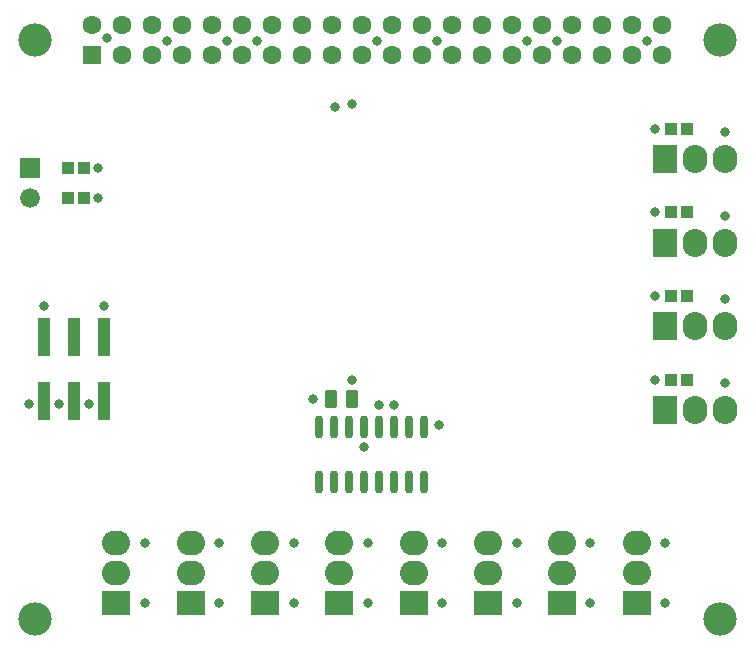
<source format=gts>
G04 Layer_Color=20142*
%FSAX24Y24*%
%MOIN*%
G70*
G01*
G75*
%ADD31O,0.0266X0.0778*%
%ADD32R,0.0384X0.0443*%
%ADD33R,0.0424X0.1250*%
G04:AMPARAMS|DCode=34|XSize=43mil|YSize=58mil|CornerRadius=6.5mil|HoleSize=0mil|Usage=FLASHONLY|Rotation=0.000|XOffset=0mil|YOffset=0mil|HoleType=Round|Shape=RoundedRectangle|*
%AMROUNDEDRECTD34*
21,1,0.0430,0.0450,0,0,0.0*
21,1,0.0300,0.0580,0,0,0.0*
1,1,0.0130,0.0150,-0.0225*
1,1,0.0130,-0.0150,-0.0225*
1,1,0.0130,-0.0150,0.0225*
1,1,0.0130,0.0150,0.0225*
%
%ADD34ROUNDEDRECTD34*%
%ADD35R,0.0930X0.0830*%
%ADD36O,0.0930X0.0830*%
%ADD37C,0.1113*%
%ADD38C,0.0660*%
%ADD39R,0.0660X0.0660*%
%ADD40R,0.0830X0.0930*%
%ADD41O,0.0830X0.0930*%
%ADD42R,0.0630X0.0630*%
%ADD43C,0.0630*%
%ADD44C,0.0330*%
D31*
X031700Y026625D02*
D03*
X031200D02*
D03*
X030700D02*
D03*
X030200D02*
D03*
X029700D02*
D03*
X029200D02*
D03*
X028700D02*
D03*
X028200D02*
D03*
X031700Y024775D02*
D03*
X031200D02*
D03*
X030700D02*
D03*
X030200D02*
D03*
X029700D02*
D03*
X029200D02*
D03*
X028700D02*
D03*
X028200D02*
D03*
D32*
X019834Y034250D02*
D03*
X020366D02*
D03*
X019834Y035250D02*
D03*
X020366D02*
D03*
X040466Y028200D02*
D03*
X039934D02*
D03*
X040466Y031000D02*
D03*
X039934D02*
D03*
X040466Y033800D02*
D03*
X039934D02*
D03*
X040466Y036550D02*
D03*
X039934D02*
D03*
D33*
X019050Y029613D02*
D03*
X020050D02*
D03*
X021050D02*
D03*
Y027487D02*
D03*
X020050D02*
D03*
X019050D02*
D03*
D34*
X028600Y027550D02*
D03*
X029300D02*
D03*
D35*
X021450Y020750D02*
D03*
X023929D02*
D03*
X031364D02*
D03*
X033843D02*
D03*
X036321D02*
D03*
X026407D02*
D03*
X038800D02*
D03*
X028886D02*
D03*
D36*
X021450Y021750D02*
D03*
Y022750D02*
D03*
X023929Y021750D02*
D03*
Y022750D02*
D03*
X031364Y021750D02*
D03*
Y022750D02*
D03*
X033843Y021750D02*
D03*
Y022750D02*
D03*
X036321Y021750D02*
D03*
Y022750D02*
D03*
X026407Y021750D02*
D03*
Y022750D02*
D03*
X038800Y021750D02*
D03*
Y022750D02*
D03*
X028886Y021750D02*
D03*
Y022750D02*
D03*
D37*
X041563Y020228D02*
D03*
X018728D02*
D03*
X041563Y039519D02*
D03*
X018728D02*
D03*
D38*
X018582Y034250D02*
D03*
D39*
Y035250D02*
D03*
D40*
X039750Y035550D02*
D03*
Y032767D02*
D03*
X039750Y029983D02*
D03*
Y027200D02*
D03*
D41*
X040750Y035550D02*
D03*
X041750D02*
D03*
X040750Y032767D02*
D03*
X041750D02*
D03*
X040750Y029983D02*
D03*
X041750D02*
D03*
X040750Y027200D02*
D03*
X041750D02*
D03*
D42*
X020645Y039019D02*
D03*
D43*
Y040019D02*
D03*
X021645Y039019D02*
D03*
Y040019D02*
D03*
X022645Y039019D02*
D03*
Y040019D02*
D03*
X023645Y039019D02*
D03*
Y040019D02*
D03*
X024645Y039019D02*
D03*
Y040019D02*
D03*
X025645Y039019D02*
D03*
Y040019D02*
D03*
X026645Y039019D02*
D03*
Y040019D02*
D03*
X027645Y039019D02*
D03*
Y040019D02*
D03*
X028645Y039019D02*
D03*
Y040019D02*
D03*
X029645Y039019D02*
D03*
Y040019D02*
D03*
X030645Y039019D02*
D03*
Y040019D02*
D03*
X031645Y039019D02*
D03*
Y040019D02*
D03*
X032645Y039019D02*
D03*
Y040019D02*
D03*
X033645Y039019D02*
D03*
Y040019D02*
D03*
X034645Y039019D02*
D03*
Y040019D02*
D03*
X035645Y039019D02*
D03*
Y040019D02*
D03*
X036645Y039019D02*
D03*
Y040019D02*
D03*
X037645Y039019D02*
D03*
Y040019D02*
D03*
X038645Y039019D02*
D03*
Y040019D02*
D03*
X039645Y039019D02*
D03*
Y040019D02*
D03*
D44*
X028000Y027550D02*
D03*
X029836Y020750D02*
D03*
X041750Y028100D02*
D03*
X039400Y028200D02*
D03*
X041750Y030900D02*
D03*
X039400Y031000D02*
D03*
X029300Y037400D02*
D03*
X028750Y037300D02*
D03*
X029700Y025950D02*
D03*
X030200Y027350D02*
D03*
X030700D02*
D03*
X020550Y027400D02*
D03*
X019550D02*
D03*
X018550D02*
D03*
X041750Y036450D02*
D03*
Y033667D02*
D03*
X022400Y022750D02*
D03*
X024879D02*
D03*
X027357D02*
D03*
X029836D02*
D03*
X022400Y020750D02*
D03*
X024879D02*
D03*
X027357D02*
D03*
X032314D02*
D03*
X034793D02*
D03*
X032314Y022750D02*
D03*
X034793D02*
D03*
X037250D02*
D03*
Y020750D02*
D03*
X039750D02*
D03*
X039750Y022750D02*
D03*
X021050Y030650D02*
D03*
X020850Y034250D02*
D03*
Y035250D02*
D03*
X032200Y026700D02*
D03*
X025150Y039500D02*
D03*
X039150D02*
D03*
X036150D02*
D03*
X035150D02*
D03*
X032150D02*
D03*
X030150D02*
D03*
X026150D02*
D03*
X023150D02*
D03*
X029300Y028200D02*
D03*
X039400Y036550D02*
D03*
Y033800D02*
D03*
X021150Y039600D02*
D03*
X019050Y030650D02*
D03*
M02*

</source>
